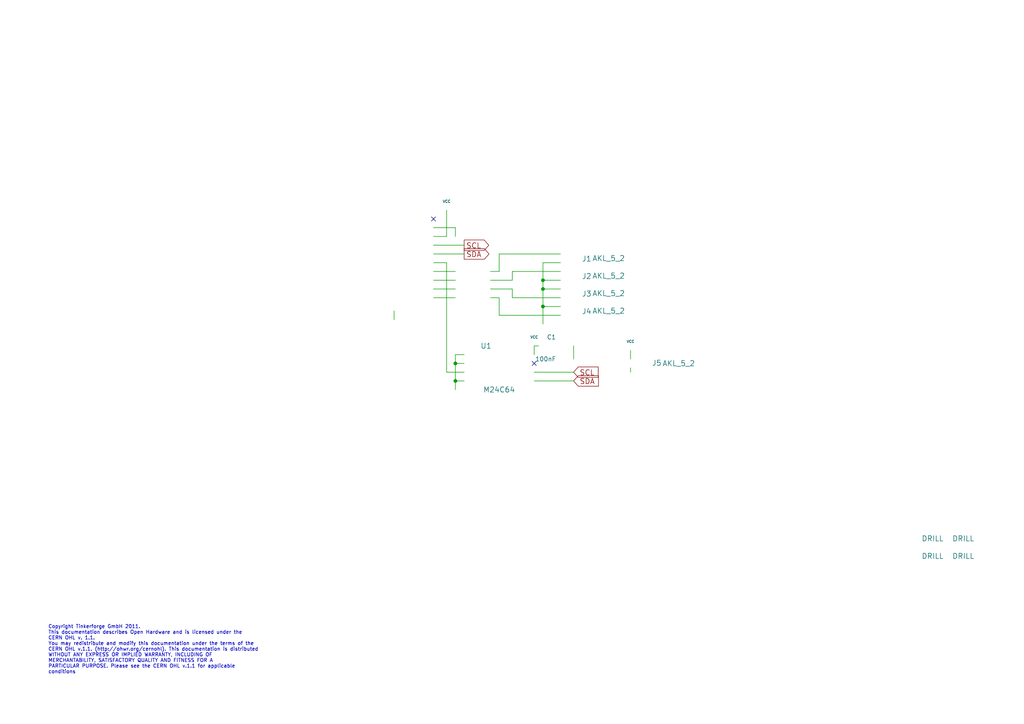
<source format=kicad_sch>
(kicad_sch (version 20230121) (generator eeschema)
  (paper "A4")
  (title_block (title "IO4 Bricklet") (date "14 jan 2013") (rev "1.1") (company "Tinkerforge GmbH") (comment 1 "Licensed under CERN OHL v.1.1") (comment 2 "Copyright (©) 2011, B.Nordmeyer <bastian@tinkerforge.com>"))
  (lib_symbols)
  (junction (at 132.08 105.41))
  (junction (at 157.48 83.82))
  (junction (at 132.08 110.49))
  (junction (at 157.48 88.9))
  (junction (at 157.48 81.28))
  (no_connect (at 125.73 63.5))
  (no_connect (at 154.94 105.41))
  (wire (pts (xy 129.54 60.96) (xy 129.54 68.58)))
  (wire (pts (xy 132.08 102.87) (xy 132.08 105.41)))
  (wire (pts (xy 154.94 107.95) (xy 166.37 107.95)))
  (wire (pts (xy 162.56 76.2) (xy 157.48 76.2)))
  (wire (pts (xy 148.59 83.82) (xy 142.24 83.82)))
  (wire (pts (xy 148.59 86.36) (xy 148.59 83.82)))
  (wire (pts (xy 129.54 68.58) (xy 125.73 68.58)))
  (wire (pts (xy 157.48 88.9) (xy 157.48 93.98)))
  (wire (pts (xy 114.3 92.71) (xy 114.3 90.17)))
  (wire (pts (xy 125.73 66.04) (xy 132.08 66.04)))
  (wire (pts (xy 129.54 76.2) (xy 125.73 76.2)))
  (wire (pts (xy 132.08 110.49) (xy 134.62 110.49)))
  (wire (pts (xy 157.48 83.82) (xy 157.48 88.9)))
  (wire (pts (xy 156.21 100.33) (xy 154.94 100.33)))
  (wire (pts (xy 129.54 76.2) (xy 129.54 107.95)))
  (wire (pts (xy 154.94 100.33) (xy 154.94 102.87)))
  (wire (pts (xy 148.59 86.36) (xy 162.56 86.36)))
  (wire (pts (xy 132.08 105.41) (xy 134.62 105.41)))
  (wire (pts (xy 157.48 83.82) (xy 162.56 83.82)))
  (wire (pts (xy 132.08 110.49) (xy 132.08 113.03)))
  (wire (pts (xy 157.48 88.9) (xy 162.56 88.9)))
  (wire (pts (xy 144.78 73.66) (xy 144.78 78.74)))
  (wire (pts (xy 132.08 105.41) (xy 132.08 110.49)))
  (wire (pts (xy 182.88 104.14) (xy 182.88 101.6)))
  (wire (pts (xy 142.24 86.36) (xy 144.78 86.36)))
  (wire (pts (xy 154.94 110.49) (xy 166.37 110.49)))
  (wire (pts (xy 162.56 78.74) (xy 148.59 78.74)))
  (wire (pts (xy 144.78 73.66) (xy 162.56 73.66)))
  (wire (pts (xy 134.62 102.87) (xy 132.08 102.87)))
  (wire (pts (xy 148.59 78.74) (xy 148.59 81.28)))
  (wire (pts (xy 125.73 78.74) (xy 132.08 78.74)))
  (wire (pts (xy 157.48 76.2) (xy 157.48 81.28)))
  (wire (pts (xy 157.48 81.28) (xy 157.48 83.82)))
  (wire (pts (xy 157.48 81.28) (xy 162.56 81.28)))
  (wire (pts (xy 132.08 66.04) (xy 132.08 68.58)))
  (wire (pts (xy 144.78 91.44) (xy 162.56 91.44)))
  (wire (pts (xy 125.73 71.12) (xy 134.62 71.12)))
  (wire (pts (xy 132.08 81.28) (xy 125.73 81.28)))
  (wire (pts (xy 125.73 86.36) (xy 132.08 86.36)))
  (wire (pts (xy 125.73 73.66) (xy 134.62 73.66)))
  (wire (pts (xy 182.88 107.95) (xy 182.88 106.68)))
  (wire (pts (xy 142.24 81.28) (xy 148.59 81.28)))
  (wire (pts (xy 125.73 83.82) (xy 132.08 83.82)))
  (wire (pts (xy 144.78 78.74) (xy 142.24 78.74)))
  (wire (pts (xy 129.54 107.95) (xy 134.62 107.95)))
  (wire (pts (xy 144.78 86.36) (xy 144.78 91.44)))
  (wire (pts (xy 166.37 104.14) (xy 166.37 100.33)))
  (text "Copyright Tinkerforge GmbH 2011.\nThis documentation describes Open Hardware and is licensed under the\nCERN OHL v. 1.1.\nYou may redistribute and modify this documentation under the terms of the\nCERN OHL v.1.1. (http://ohwr.org/cernohl). This documentation is distributed\nWITHOUT ANY EXPRESS OR IMPLIED WARRANTY, INCLUDING OF\nMERCHANTABILITY, SATISFACTORY QUALITY AND FITNESS FOR A\nPARTICULAR PURPOSE. Please see the CERN OHL v.1.1 for applicable\nconditions\n" (at 13.97 195.58 0) (effects (font (size 1.016 1.016)) (justify left bottom)))
  (global_label "SDA" (shape output) (at 134.62 73.66 0) (effects (font (size 1.524 1.524))) (property "Intersheetrefs" "${INTERSHEET_REFS}" (effects hide)))
  (global_label "SDA" (shape input) (at 166.37 110.49 0) (effects (font (size 1.524 1.524))) (property "Intersheetrefs" "${INTERSHEET_REFS}" (effects hide)))
  (global_label "SCL" (shape input) (at 166.37 107.95 0) (effects (font (size 1.524 1.524))) (property "Intersheetrefs" "${INTERSHEET_REFS}" (effects hide)))
  (global_label "SCL" (shape output) (at 134.62 71.12 0) (effects (font (size 1.524 1.524))) (property "Intersheetrefs" "${INTERSHEET_REFS}" (effects hide)))
  (symbol (lib_id "CON-SENSOR") (at 114.3 74.93 0) (mirror y) (unit 1)
    (property "Reference" "P1" (at 120.65 60.96 0) (effects (font (size 1.524 1.524))))
    (property "Value" "CON-SENSOR" (at 110.49 74.93 90) (effects (font (size 1.524 1.524))))
    (property "Footprint" "CON-SENSOR" (effects hide))
  )
  (symbol (lib_id "GND") (at 114.3 92.71 0) (unit 1)
    (property "Reference" "#PWR09" (effects hide))
    (property "Value" "GND" (effects hide))
  )
  (symbol (lib_id "GND") (at 132.08 68.58 0) (unit 1)
    (property "Reference" "#PWR08" (effects hide))
    (property "Value" "GND" (effects hide))
  )
  (symbol (lib_id "VCC") (at 129.54 60.96 0) (unit 1)
    (property "Reference" "#PWR07" (effects hide))
    (property "Value" "VCC" (at 129.54 58.42 0) (effects (font (size 0.762 0.762))))
  )
  (symbol (lib_id "CAT24C") (at 144.78 113.03 0) (unit 1)
    (property "Reference" "U1" (at 140.97 100.33 0) (effects (font (size 1.524 1.524))))
    (property "Value" "M24C64" (at 144.78 113.03 0) (effects (font (size 1.524 1.524))))
    (property "Footprint" "TSSOP8" (effects hide))
  )
  (symbol (lib_id "GND") (at 132.08 113.03 0) (unit 1)
    (property "Reference" "#PWR06" (effects hide))
    (property "Value" "GND" (effects hide))
  )
  (symbol (lib_id "VCC") (at 154.94 100.33 0) (unit 1)
    (property "Reference" "#PWR05" (effects hide))
    (property "Value" "VCC" (at 154.94 97.79 0) (effects (font (size 0.762 0.762))))
  )
  (symbol (lib_id "C") (at 161.29 100.33 90) (unit 1)
    (property "Reference" "C1" (at 161.29 97.79 90) (effects (justify left)))
    (property "Value" "100nF" (at 161.29 104.14 90) (effects (justify left)))
    (property "Footprint" "C0603" (effects hide))
  )
  (symbol (lib_id "DRILL") (at 279.4 156.21 0) (unit 1)
    (property "Reference" "U4" (effects hide))
    (property "Value" "DRILL" (at 279.4 156.21 0) (effects (font (size 1.524 1.524))))
    (property "Footprint" "DRILL_NP" (effects hide))
  )
  (symbol (lib_id "DRILL") (at 279.4 161.29 0) (unit 1)
    (property "Reference" "U5" (effects hide))
    (property "Value" "DRILL" (at 279.4 161.29 0) (effects (font (size 1.524 1.524))))
    (property "Footprint" "DRILL_NP" (effects hide))
  )
  (symbol (lib_id "DRILL") (at 270.51 161.29 0) (unit 1)
    (property "Reference" "U3" (effects hide))
    (property "Value" "DRILL" (at 270.51 161.29 0) (effects (font (size 1.524 1.524))))
    (property "Footprint" "DRILL_NP" (effects hide))
  )
  (symbol (lib_id "DRILL") (at 270.51 156.21 0) (unit 1)
    (property "Reference" "U2" (effects hide))
    (property "Value" "DRILL" (at 270.51 156.21 0) (effects (font (size 1.524 1.524))))
    (property "Footprint" "DRILL_NP" (effects hide))
  )
  (symbol (lib_id "GND") (at 166.37 104.14 0) (unit 1)
    (property "Reference" "#PWR04" (effects hide))
    (property "Value" "GND" (effects hide))
  )
  (symbol (lib_id "AKL_5_2") (at 167.64 74.93 0) (unit 1)
    (property "Reference" "J1" (at 170.18 75.057 0) (effects (font (size 1.524 1.524))))
    (property "Value" "AKL_5_2" (at 176.53 74.93 0) (effects (font (size 1.524 1.524))))
    (property "Footprint" "AKL_5_2" (effects hide))
  )
  (symbol (lib_id "AKL_5_2") (at 167.64 80.01 0) (unit 1)
    (property "Reference" "J2" (at 170.18 80.137 0) (effects (font (size 1.524 1.524))))
    (property "Value" "AKL_5_2" (at 176.53 80.01 0) (effects (font (size 1.524 1.524))))
    (property "Footprint" "AKL_5_2" (effects hide))
  )
  (symbol (lib_id "AKL_5_2") (at 187.96 105.41 0) (mirror x) (unit 1)
    (property "Reference" "J5" (at 190.5 105.283 0) (effects (font (size 1.524 1.524))))
    (property "Value" "AKL_5_2" (at 196.85 105.41 0) (effects (font (size 1.524 1.524))))
    (property "Footprint" "AKL_5_2" (effects hide))
  )
  (symbol (lib_id "VCC") (at 182.88 101.6 0) (unit 1)
    (property "Reference" "#PWR03" (effects hide))
    (property "Value" "VCC" (at 182.88 99.06 0) (effects (font (size 0.762 0.762))))
  )
  (symbol (lib_id "GND") (at 182.88 107.95 0) (unit 1)
    (property "Reference" "#PWR02" (effects hide))
    (property "Value" "GND" (effects hide))
  )
  (symbol (lib_id "AKL_5_2") (at 167.64 90.17 0) (unit 1)
    (property "Reference" "J4" (at 170.18 90.297 0) (effects (font (size 1.524 1.524))))
    (property "Value" "AKL_5_2" (at 176.53 90.17 0) (effects (font (size 1.524 1.524))))
    (property "Footprint" "AKL_5_2" (effects hide))
  )
  (symbol (lib_id "AKL_5_2") (at 167.64 85.09 0) (unit 1)
    (property "Reference" "J3" (at 170.18 85.217 0) (effects (font (size 1.524 1.524))))
    (property "Value" "AKL_5_2" (at 176.53 85.09 0) (effects (font (size 1.524 1.524))))
    (property "Footprint" "AKL_5_2" (effects hide))
  )
  (symbol (lib_id "GND") (at 157.48 93.98 0) (unit 1)
    (property "Reference" "#PWR01" (effects hide))
    (property "Value" "GND" (effects hide))
  )
  (symbol (lib_id "R_PACK4") (at 137.16 87.63 0) (unit 1)
    (property "Reference" "RP1" (at 137.16 76.2 0) (effects (font (size 1.016 1.016))))
    (property "Value" "100" (at 137.16 88.9 0) (effects (font (size 1.016 1.016))))
    (property "Footprint" "4X0402" (effects hide))
  )
)
</source>
